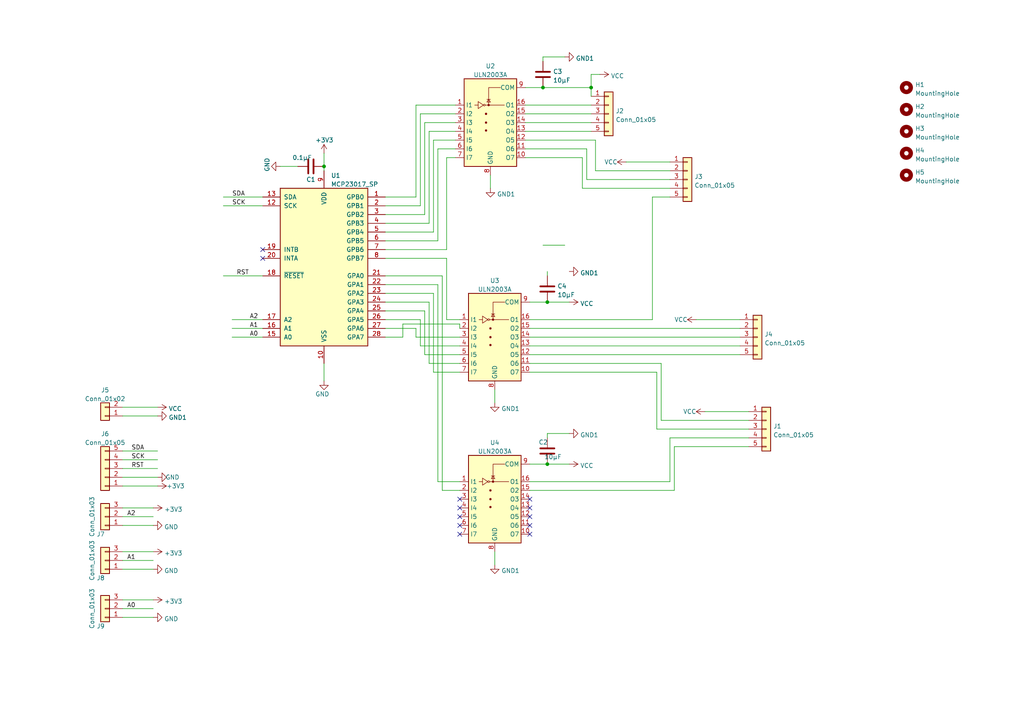
<source format=kicad_sch>
(kicad_sch (version 20211123) (generator eeschema)
  (paper "A4")
  (lib_symbols
    (symbol "Connector_Generic:Conn_01x02" (pin_names (offset 1.016) hide)
      (property "Reference" "J" (at 0 2.54 0))
      (property "Value" "Conn_01x02" (at 0 -5.08 0))
      (symbol "Conn_01x02_1_1"
        (rectangle (start -1.27 -2.413) (end 0 -2.667) (stroke (width 0.1524)))
        (rectangle (start -1.27 0.127) (end 0 -0.127) (stroke (width 0.1524)))
        (rectangle (start -1.27 1.27) (end 1.27 -3.81) (stroke (width 0.254)) (fill (type background)))
        (pin passive line (at -5.08 0 0) (length 3.81) (name "Pin_1") (number "1"))
        (pin passive line (at -5.08 -2.54 0) (length 3.81) (name "Pin_2") (number "2"))
      )
    )
    (symbol "Connector_Generic:Conn_01x03" (pin_names (offset 1.016) hide)
      (property "Reference" "J" (at 0 5.08 0))
      (property "Value" "Conn_01x03" (at 0 -5.08 0))
      (symbol "Conn_01x03_1_1"
        (rectangle (start -1.27 -2.413) (end 0 -2.667) (stroke (width 0.1524)))
        (rectangle (start -1.27 0.127) (end 0 -0.127) (stroke (width 0.1524)))
        (rectangle (start -1.27 2.667) (end 0 2.413) (stroke (width 0.1524)))
        (rectangle (start -1.27 3.81) (end 1.27 -3.81) (stroke (width 0.254)) (fill (type background)))
        (pin passive line (at -5.08 2.54 0) (length 3.81) (name "Pin_1") (number "1"))
        (pin passive line (at -5.08 0 0) (length 3.81) (name "Pin_2") (number "2"))
        (pin passive line (at -5.08 -2.54 0) (length 3.81) (name "Pin_3") (number "3"))
      )
    )
    (symbol "Connector_Generic:Conn_01x05" (pin_names (offset 1.016) hide)
      (property "Reference" "J" (at 0 7.62 0))
      (property "Value" "Conn_01x05" (at 0 -7.62 0))
      (symbol "Conn_01x05_1_1"
        (rectangle (start -1.27 -4.953) (end 0 -5.207) (stroke (width 0.1524)))
        (rectangle (start -1.27 -2.413) (end 0 -2.667) (stroke (width 0.1524)))
        (rectangle (start -1.27 0.127) (end 0 -0.127) (stroke (width 0.1524)))
        (rectangle (start -1.27 2.667) (end 0 2.413) (stroke (width 0.1524)))
        (rectangle (start -1.27 5.207) (end 0 4.953) (stroke (width 0.1524)))
        (rectangle (start -1.27 6.35) (end 1.27 -6.35) (stroke (width 0.254)) (fill (type background)))
        (pin passive line (at -5.08 5.08 0) (length 3.81) (name "Pin_1") (number "1"))
        (pin passive line (at -5.08 2.54 0) (length 3.81) (name "Pin_2") (number "2"))
        (pin passive line (at -5.08 0 0) (length 3.81) (name "Pin_3") (number "3"))
        (pin passive line (at -5.08 -2.54 0) (length 3.81) (name "Pin_4") (number "4"))
        (pin passive line (at -5.08 -5.08 0) (length 3.81) (name "Pin_5") (number "5"))
      )
    )
    (symbol "Device:C" (pin_numbers hide) (pin_names (offset 0.254))
      (property "Reference" "C" (at 0.635 2.54 0))
      (property "Value" "C" (at 0.635 -2.54 0))
      (symbol "C_0_1"
        (polyline (pts (xy -2.032 -0.762) (xy 2.032 -0.762)) (stroke (width 0.508)))
        (polyline (pts (xy -2.032 0.762) (xy 2.032 0.762)) (stroke (width 0.508)))
      )
      (symbol "C_1_1"
        (pin passive line (at 0 3.81 270) (length 2.794) (name "~") (number "1"))
        (pin passive line (at 0 -3.81 90) (length 2.794) (name "~") (number "2"))
      )
    )
    (symbol "Interface_Expansion:MCP23017_SP" (pin_names (offset 1.016))
      (property "Reference" "U" (at -11.43 24.13 0))
      (property "Value" "MCP23017_SP" (at 0 0 0))
      (symbol "MCP23017_SP_0_1"
        (rectangle (start -12.7 22.86) (end 12.7 -22.86) (stroke (width 0.254)) (fill (type background)))
      )
      (symbol "MCP23017_SP_1_1"
        (pin bidirectional line (at 17.78 20.32 180) (length 5.08) (name "GPB0") (number "1"))
        (pin power_in line (at 0 -27.94 90) (length 5.08) (name "VSS") (number "10"))
        (pin no_connect line (at -12.7 15.24 0) (length 5.08) hide (name "NC") (number "11"))
        (pin input line (at -17.78 17.78 0) (length 5.08) (name "SCK") (number "12"))
        (pin bidirectional line (at -17.78 20.32 0) (length 5.08) (name "SDA") (number "13"))
        (pin no_connect line (at -12.7 12.7 0) (length 5.08) hide (name "NC") (number "14"))
        (pin input line (at -17.78 -20.32 0) (length 5.08) (name "A0") (number "15"))
        (pin input line (at -17.78 -17.78 0) (length 5.08) (name "A1") (number "16"))
        (pin input line (at -17.78 -15.24 0) (length 5.08) (name "A2") (number "17"))
        (pin input line (at -17.78 -2.54 0) (length 5.08) (name "~{RESET}") (number "18"))
        (pin tri_state line (at -17.78 5.08 0) (length 5.08) (name "INTB") (number "19"))
        (pin bidirectional line (at 17.78 17.78 180) (length 5.08) (name "GPB1") (number "2"))
        (pin tri_state line (at -17.78 2.54 0) (length 5.08) (name "INTA") (number "20"))
        (pin bidirectional line (at 17.78 -2.54 180) (length 5.08) (name "GPA0") (number "21"))
        (pin bidirectional line (at 17.78 -5.08 180) (length 5.08) (name "GPA1") (number "22"))
        (pin bidirectional line (at 17.78 -7.62 180) (length 5.08) (name "GPA2") (number "23"))
        (pin bidirectional line (at 17.78 -10.16 180) (length 5.08) (name "GPA3") (number "24"))
        (pin bidirectional line (at 17.78 -12.7 180) (length 5.08) (name "GPA4") (number "25"))
        (pin bidirectional line (at 17.78 -15.24 180) (length 5.08) (name "GPA5") (number "26"))
        (pin bidirectional line (at 17.78 -17.78 180) (length 5.08) (name "GPA6") (number "27"))
        (pin bidirectional line (at 17.78 -20.32 180) (length 5.08) (name "GPA7") (number "28"))
        (pin bidirectional line (at 17.78 15.24 180) (length 5.08) (name "GPB2") (number "3"))
        (pin bidirectional line (at 17.78 12.7 180) (length 5.08) (name "GPB3") (number "4"))
        (pin bidirectional line (at 17.78 10.16 180) (length 5.08) (name "GPB4") (number "5"))
        (pin bidirectional line (at 17.78 7.62 180) (length 5.08) (name "GPB5") (number "6"))
        (pin bidirectional line (at 17.78 5.08 180) (length 5.08) (name "GPB6") (number "7"))
        (pin bidirectional line (at 17.78 2.54 180) (length 5.08) (name "GPB7") (number "8"))
        (pin power_in line (at 0 27.94 270) (length 5.08) (name "VDD") (number "9"))
      )
    )
    (symbol "Mechanical:MountingHole" (pin_names (offset 1.016))
      (property "Reference" "H" (at 0 5.08 0))
      (property "Value" "MountingHole" (at 0 3.175 0))
      (symbol "MountingHole_0_1"
        (circle (center 0 0) (radius 1.27) (stroke (width 1.27)))
      )
    )
    (symbol "Transistor_Array:ULN2003A"
      (property "Reference" "U" (at 0 15.875 0))
      (property "Value" "ULN2003A" (at 0 13.97 0))
      (symbol "ULN2003A_0_1"
        (rectangle (start -7.62 -12.7) (end 7.62 12.7) (stroke (width 0.254)) (fill (type background)))
        (circle (center -1.778 5.08) (radius 0.254))
        (circle (center -1.27 -2.286) (radius 0.254) (fill (type outline)))
        (circle (center -1.27 0) (radius 0.254) (fill (type outline)))
        (circle (center -1.27 2.54) (radius 0.254) (fill (type outline)))
        (circle (center -0.508 5.08) (radius 0.254) (fill (type outline)))
        (polyline (pts (xy -4.572 5.08) (xy -3.556 5.08)))
        (polyline (pts (xy -1.524 5.08) (xy 4.064 5.08)))
        (polyline (pts (xy 0 6.731) (xy -1.016 6.731)))
        (polyline (pts (xy -0.508 5.08) (xy -0.508 10.16) (xy 2.921 10.16)))
        (polyline (pts (xy -3.556 6.096) (xy -3.556 4.064) (xy -2.032 5.08) (xy -3.556 6.096)))
        (polyline (pts (xy 0 5.969) (xy -1.016 5.969) (xy -0.508 6.731) (xy 0 5.969)))
      )
      (symbol "ULN2003A_1_1"
        (pin input line (at -10.16 5.08 0) (length 2.54) (name "I1") (number "1"))
        (pin open_collector line (at 10.16 -10.16 180) (length 2.54) (name "O7") (number "10"))
        (pin open_collector line (at 10.16 -7.62 180) (length 2.54) (name "O6") (number "11"))
        (pin open_collector line (at 10.16 -5.08 180) (length 2.54) (name "O5") (number "12"))
        (pin open_collector line (at 10.16 -2.54 180) (length 2.54) (name "O4") (number "13"))
        (pin open_collector line (at 10.16 0 180) (length 2.54) (name "O3") (number "14"))
        (pin open_collector line (at 10.16 2.54 180) (length 2.54) (name "O2") (number "15"))
        (pin open_collector line (at 10.16 5.08 180) (length 2.54) (name "O1") (number "16"))
        (pin input line (at -10.16 2.54 0) (length 2.54) (name "I2") (number "2"))
        (pin input line (at -10.16 0 0) (length 2.54) (name "I3") (number "3"))
        (pin input line (at -10.16 -2.54 0) (length 2.54) (name "I4") (number "4"))
        (pin input line (at -10.16 -5.08 0) (length 2.54) (name "I5") (number "5"))
        (pin input line (at -10.16 -7.62 0) (length 2.54) (name "I6") (number "6"))
        (pin input line (at -10.16 -10.16 0) (length 2.54) (name "I7") (number "7"))
        (pin power_in line (at 0 -15.24 90) (length 2.54) (name "GND") (number "8"))
        (pin passive line (at 10.16 10.16 180) (length 2.54) (name "COM") (number "9"))
      )
    )
    (symbol "power:+3.3V" (power) (pin_names (offset 0))
      (property "Value" "+3.3V" (at 0 3.556 0))
      (symbol "+3.3V_0_1"
        (polyline (pts (xy -0.762 1.27) (xy 0 2.54)))
        (polyline (pts (xy 0 0) (xy 0 2.54)))
        (polyline (pts (xy 0 2.54) (xy 0.762 1.27)))
      )
      (symbol "+3.3V_1_1"
        (pin power_in line (at 0 0 90) (length 0) hide (name "+3V3") (number "1"))
      )
    )
    (symbol "power:GND" (power) (pin_names (offset 0))
      (property "Value" "GND" (at 0 -3.81 0))
      (symbol "GND_0_1"
        (polyline (pts (xy 0 0) (xy 0 -1.27) (xy 1.27 -1.27) (xy 0 -2.54) (xy -1.27 -1.27) (xy 0 -1.27)))
      )
      (symbol "GND_1_1"
        (pin power_in line (at 0 0 270) (length 0) hide (name "GND") (number "1"))
      )
    )
    (symbol "power:GND1" (power) (pin_names (offset 0))
      (property "Value" "GND1" (at 0 -3.81 0))
      (symbol "GND1_0_1"
        (polyline (pts (xy 0 0) (xy 0 -1.27) (xy 1.27 -1.27) (xy 0 -2.54) (xy -1.27 -1.27) (xy 0 -1.27)))
      )
      (symbol "GND1_1_1"
        (pin power_in line (at 0 0 270) (length 0) hide (name "GND1") (number "1"))
      )
    )
    (symbol "power:VCC" (power) (pin_names (offset 0))
      (property "Value" "VCC" (at 0 3.81 0))
      (symbol "VCC_0_1"
        (polyline (pts (xy -0.762 1.27) (xy 0 2.54)))
        (polyline (pts (xy 0 0) (xy 0 2.54)))
        (polyline (pts (xy 0 2.54) (xy 0.762 1.27)))
      )
      (symbol "VCC_1_1"
        (pin power_in line (at 0 0 90) (length 0) hide (name "VCC") (number "1"))
      )
    )
  )
  (junction (at 93.98 48.26))
  (junction (at 158.75 134.62))
  (junction (at 171.45 25.4))
  (junction (at 158.75 87.63))
  (junction (at 157.48 25.4))
  (no_connect (at 153.67 147.32))
  (no_connect (at 153.67 144.78))
  (no_connect (at 153.67 154.94))
  (no_connect (at 153.67 149.86))
  (no_connect (at 153.67 152.4))
  (no_connect (at 76.2 74.93))
  (no_connect (at 76.2 72.39))
  (no_connect (at 133.35 147.32))
  (no_connect (at 133.35 144.78))
  (no_connect (at 133.35 149.86))
  (no_connect (at 133.35 154.94))
  (no_connect (at 133.35 152.4))
  (wire (pts (xy 120.65 97.79) (xy 133.35 97.79)))
  (wire (pts (xy 153.67 97.79) (xy 214.63 97.79)))
  (wire (pts (xy 153.67 100.33) (xy 214.63 100.33)))
  (wire (pts (xy 111.76 59.69) (xy 121.92 59.69)))
  (wire (pts (xy 35.56 138.43) (xy 45.72 138.43)))
  (wire (pts (xy 64.77 57.15) (xy 76.2 57.15)))
  (wire (pts (xy 124.46 105.41) (xy 133.35 105.41)))
  (wire (pts (xy 195.58 142.24) (xy 195.58 129.54)))
  (wire (pts (xy 158.75 80.01) (xy 158.75 78.74)))
  (wire (pts (xy 170.18 43.18) (xy 170.18 52.07)))
  (wire (pts (xy 111.76 67.31) (xy 125.73 67.31)))
  (wire (pts (xy 195.58 129.54) (xy 217.17 129.54)))
  (wire (pts (xy 35.56 149.86) (xy 44.45 149.86)))
  (wire (pts (xy 111.76 97.79) (xy 116.84 97.79)))
  (wire (pts (xy 158.75 127) (xy 158.75 125.73)))
  (wire (pts (xy 35.56 147.32) (xy 44.45 147.32)))
  (wire (pts (xy 127 69.85) (xy 127 43.18)))
  (wire (pts (xy 121.92 100.33) (xy 133.35 100.33)))
  (wire (pts (xy 190.5 107.95) (xy 190.5 124.46)))
  (wire (pts (xy 67.31 97.79) (xy 76.2 97.79)))
  (wire (pts (xy 152.4 35.56) (xy 171.45 35.56)))
  (wire (pts (xy 120.65 30.48) (xy 132.08 30.48)))
  (wire (pts (xy 153.67 107.95) (xy 190.5 107.95)))
  (wire (pts (xy 153.67 92.71) (xy 189.23 92.71)))
  (wire (pts (xy 158.75 134.62) (xy 165.1 134.62)))
  (wire (pts (xy 35.56 130.81) (xy 45.72 130.81)))
  (wire (pts (xy 64.77 59.69) (xy 76.2 59.69)))
  (wire (pts (xy 128.27 80.01) (xy 128.27 142.24)))
  (wire (pts (xy 133.35 93.98) (xy 133.35 95.25)))
  (wire (pts (xy 157.48 25.4) (xy 171.45 25.4)))
  (wire (pts (xy 171.45 25.4) (xy 171.45 21.59)))
  (wire (pts (xy 153.67 142.24) (xy 195.58 142.24)))
  (wire (pts (xy 111.76 72.39) (xy 129.54 72.39)))
  (wire (pts (xy 152.4 40.64) (xy 172.72 40.64)))
  (wire (pts (xy 143.51 160.02) (xy 143.51 163.83)))
  (wire (pts (xy 153.67 105.41) (xy 191.77 105.41)))
  (wire (pts (xy 120.65 57.15) (xy 120.65 30.48)))
  (wire (pts (xy 171.45 25.4) (xy 171.45 27.94)))
  (wire (pts (xy 152.4 33.02) (xy 171.45 33.02)))
  (wire (pts (xy 125.73 107.95) (xy 133.35 107.95)))
  (wire (pts (xy 111.76 80.01) (xy 128.27 80.01)))
  (wire (pts (xy 35.56 133.35) (xy 45.72 133.35)))
  (wire (pts (xy 111.76 69.85) (xy 127 69.85)))
  (wire (pts (xy 152.4 43.18) (xy 170.18 43.18)))
  (wire (pts (xy 129.54 92.71) (xy 133.35 92.71)))
  (wire (pts (xy 127 139.7) (xy 133.35 139.7)))
  (wire (pts (xy 124.46 87.63) (xy 124.46 105.41)))
  (wire (pts (xy 127 43.18) (xy 132.08 43.18)))
  (wire (pts (xy 125.73 85.09) (xy 125.73 107.95)))
  (wire (pts (xy 35.56 120.65) (xy 45.72 120.65)))
  (wire (pts (xy 93.98 105.41) (xy 93.98 110.49)))
  (wire (pts (xy 35.56 152.4) (xy 44.45 152.4)))
  (wire (pts (xy 153.67 87.63) (xy 158.75 87.63)))
  (wire (pts (xy 158.75 125.73) (xy 165.1 125.73)))
  (wire (pts (xy 111.76 85.09) (xy 125.73 85.09)))
  (wire (pts (xy 35.56 165.1) (xy 44.45 165.1)))
  (wire (pts (xy 157.48 71.12) (xy 163.83 71.12)))
  (wire (pts (xy 128.27 142.24) (xy 133.35 142.24)))
  (wire (pts (xy 93.98 44.45) (xy 93.98 48.26)))
  (wire (pts (xy 111.76 74.93) (xy 129.54 74.93)))
  (wire (pts (xy 123.19 35.56) (xy 132.08 35.56)))
  (wire (pts (xy 191.77 105.41) (xy 191.77 121.92)))
  (wire (pts (xy 168.91 45.72) (xy 168.91 54.61)))
  (wire (pts (xy 111.76 57.15) (xy 120.65 57.15)))
  (wire (pts (xy 93.98 48.26) (xy 93.98 49.53)))
  (wire (pts (xy 123.19 90.17) (xy 123.19 102.87)))
  (wire (pts (xy 152.4 38.1) (xy 171.45 38.1)))
  (wire (pts (xy 153.67 139.7) (xy 194.31 139.7)))
  (wire (pts (xy 116.84 93.98) (xy 133.35 93.98)))
  (wire (pts (xy 172.72 49.53) (xy 194.31 49.53)))
  (wire (pts (xy 189.23 57.15) (xy 194.31 57.15)))
  (wire (pts (xy 172.72 40.64) (xy 172.72 49.53)))
  (wire (pts (xy 67.31 95.25) (xy 76.2 95.25)))
  (wire (pts (xy 111.76 90.17) (xy 123.19 90.17)))
  (wire (pts (xy 125.73 40.64) (xy 132.08 40.64)))
  (wire (pts (xy 152.4 45.72) (xy 168.91 45.72)))
  (wire (pts (xy 170.18 52.07) (xy 194.31 52.07)))
  (wire (pts (xy 181.61 46.99) (xy 194.31 46.99)))
  (wire (pts (xy 35.56 179.07) (xy 44.45 179.07)))
  (wire (pts (xy 35.56 135.89) (xy 45.72 135.89)))
  (wire (pts (xy 168.91 54.61) (xy 194.31 54.61)))
  (wire (pts (xy 125.73 67.31) (xy 125.73 40.64)))
  (wire (pts (xy 153.67 134.62) (xy 158.75 134.62)))
  (wire (pts (xy 121.92 33.02) (xy 132.08 33.02)))
  (wire (pts (xy 190.5 124.46) (xy 217.17 124.46)))
  (wire (pts (xy 201.93 92.71) (xy 214.63 92.71)))
  (wire (pts (xy 157.48 17.78) (xy 157.48 16.51)))
  (wire (pts (xy 143.51 113.03) (xy 143.51 116.84)))
  (wire (pts (xy 129.54 74.93) (xy 129.54 92.71)))
  (wire (pts (xy 111.76 92.71) (xy 121.92 92.71)))
  (wire (pts (xy 121.92 92.71) (xy 121.92 100.33)))
  (wire (pts (xy 153.67 102.87) (xy 214.63 102.87)))
  (wire (pts (xy 111.76 64.77) (xy 124.46 64.77)))
  (wire (pts (xy 64.77 80.01) (xy 76.2 80.01)))
  (wire (pts (xy 35.56 160.02) (xy 44.45 160.02)))
  (wire (pts (xy 35.56 162.56) (xy 44.45 162.56)))
  (wire (pts (xy 158.75 87.63) (xy 165.1 87.63)))
  (wire (pts (xy 157.48 16.51) (xy 163.83 16.51)))
  (wire (pts (xy 204.47 119.38) (xy 217.17 119.38)))
  (wire (pts (xy 121.92 59.69) (xy 121.92 33.02)))
  (wire (pts (xy 35.56 173.99) (xy 44.45 173.99)))
  (wire (pts (xy 35.56 140.97) (xy 45.72 140.97)))
  (wire (pts (xy 111.76 87.63) (xy 124.46 87.63)))
  (wire (pts (xy 123.19 102.87) (xy 133.35 102.87)))
  (wire (pts (xy 152.4 25.4) (xy 157.48 25.4)))
  (wire (pts (xy 111.76 62.23) (xy 123.19 62.23)))
  (wire (pts (xy 189.23 57.15) (xy 189.23 92.71)))
  (wire (pts (xy 171.45 21.59) (xy 173.99 21.59)))
  (wire (pts (xy 152.4 30.48) (xy 171.45 30.48)))
  (wire (pts (xy 194.31 139.7) (xy 194.31 127)))
  (wire (pts (xy 81.28 48.26) (xy 86.36 48.26)))
  (wire (pts (xy 123.19 62.23) (xy 123.19 35.56)))
  (wire (pts (xy 120.65 95.25) (xy 120.65 97.79)))
  (wire (pts (xy 153.67 95.25) (xy 214.63 95.25)))
  (wire (pts (xy 35.56 176.53) (xy 44.45 176.53)))
  (wire (pts (xy 111.76 82.55) (xy 127 82.55)))
  (wire (pts (xy 191.77 121.92) (xy 217.17 121.92)))
  (wire (pts (xy 142.24 50.8) (xy 142.24 54.61)))
  (wire (pts (xy 116.84 97.79) (xy 116.84 93.98)))
  (wire (pts (xy 194.31 127) (xy 217.17 127)))
  (wire (pts (xy 124.46 38.1) (xy 132.08 38.1)))
  (wire (pts (xy 127 82.55) (xy 127 139.7)))
  (wire (pts (xy 111.76 95.25) (xy 120.65 95.25)))
  (wire (pts (xy 67.31 92.71) (xy 76.2 92.71)))
  (wire (pts (xy 35.56 118.11) (xy 45.72 118.11)))
  (wire (pts (xy 124.46 64.77) (xy 124.46 38.1)))
  (wire (pts (xy 129.54 72.39) (xy 129.54 45.72)))
  (wire (pts (xy 129.54 45.72) (xy 132.08 45.72)))
  (label "A1" (at 72.39 95.25 0))
  (label "A2" (at 36.83 149.86 0))
  (label "SDA" (at 67.31 57.15 0))
  (label "A2" (at 72.39 92.71 0))
  (label "A0" (at 36.83 176.53 0))
  (label "A0" (at 72.39 97.79 0))
  (label "SDA" (at 38.1 130.81 0))
  (label "A1" (at 36.83 162.56 0))
  (label "SCK" (at 38.1 133.35 0))
  (label "RST" (at 38.1 135.89 0))
  (label "SCK" (at 67.31 59.69 0))
  (label "RST" (at 68.58 80.01 0))
  (symbol (lib_id "power:+3.3V") (at 44.45 147.32 270) (unit 1)
    (property "Reference" "#PWR0119" (effects hide))
    (property "Value" "+3.3V" (at 47.625 147.7538 90) (effects (justify left)))
  )
  (symbol (lib_id "power:GND") (at 44.45 179.07 90) (unit 1)
    (property "Reference" "#PWR0125" (effects hide))
    (property "Value" "GND" (at 47.625 179.5038 90) (effects (justify right)))
  )
  (symbol (lib_id "Mechanical:MountingHole") (at 262.89 50.8 0) (unit 1)
    (property "Reference" "H5" (at 265.43 49.9653 0) (effects (justify left)))
    (property "Value" "MountingHole" (at 265.43 52.5022 0) (effects (justify left)))
    (property "Footprint" "MountingHole:MountingHole_2.7mm" (effects hide))
  )
  (symbol (lib_id "power:GND1") (at 142.24 54.61 0) (unit 1)
    (property "Reference" "#PWR0105" (effects hide))
    (property "Value" "GND1" (at 144.145 56.3138 0) (effects (justify left)))
  )
  (symbol (lib_id "power:+3.3V") (at 44.45 173.99 270) (unit 1)
    (property "Reference" "#PWR0122" (effects hide))
    (property "Value" "+3.3V" (at 47.625 174.4238 90) (effects (justify left)))
  )
  (symbol (lib_id "power:+3.3V") (at 44.45 160.02 270) (unit 1)
    (property "Reference" "#PWR0124" (effects hide))
    (property "Value" "+3.3V" (at 47.625 160.4538 90) (effects (justify left)))
  )
  (symbol (lib_id "Connector_Generic:Conn_01x03") (at 30.48 149.86 180) (unit 1)
    (property "Reference" "J7" (at 29.21 154.94 0))
    (property "Value" "Conn_01x03" (at 26.67 149.86 90))
    (property "Footprint" "Connector_PinHeader_2.54mm:PinHeader_1x03_P2.54mm_Vertical" (effects hide))
  )
  (symbol (lib_id "Device:C") (at 158.75 83.82 0) (unit 1)
    (property "Reference" "C4" (at 161.671 82.9853 0) (effects (justify left)))
    (property "Value" "10µF" (at 161.671 85.5222 0) (effects (justify left)))
    (property "Footprint" "Capacitor_THT:C_Disc_D5.0mm_W2.5mm_P2.50mm" (effects hide))
  )
  (symbol (lib_id "power:GND") (at 45.72 138.43 90) (unit 1)
    (property "Reference" "#PWR0117" (effects hide))
    (property "Value" "GND" (at 52.07 138.43 90) (effects (justify left)))
  )
  (symbol (lib_id "power:GND1") (at 45.72 120.65 90) (unit 1)
    (property "Reference" "#PWR0121" (effects hide))
    (property "Value" "GND1" (at 48.895 121.0838 90) (effects (justify right)))
  )
  (symbol (lib_id "power:GND") (at 44.45 152.4 90) (unit 1)
    (property "Reference" "#PWR0118" (effects hide))
    (property "Value" "GND" (at 47.625 152.8338 90) (effects (justify right)))
  )
  (symbol (lib_id "power:GND") (at 81.28 48.26 270) (unit 1)
    (property "Reference" "#PWR0101" (effects hide))
    (property "Value" "GND" (at 77.47 45.72 0) (effects (justify left)))
  )
  (symbol (lib_id "power:+3.3V") (at 45.72 140.97 270) (unit 1)
    (property "Reference" "#PWR0116" (effects hide))
    (property "Value" "+3.3V" (at 48.26 140.97 90) (effects (justify left)))
  )
  (symbol (lib_id "Device:C") (at 157.48 21.59 0) (unit 1)
    (property "Reference" "C3" (at 160.401 20.7553 0) (effects (justify left)))
    (property "Value" "10µF" (at 160.401 23.2922 0) (effects (justify left)))
    (property "Footprint" "Capacitor_THT:C_Disc_D5.0mm_W2.5mm_P2.50mm" (effects hide))
  )
  (symbol (lib_id "Mechanical:MountingHole") (at 262.89 38.1 0) (unit 1)
    (property "Reference" "H3" (at 265.43 37.2653 0) (effects (justify left)))
    (property "Value" "MountingHole" (at 265.43 39.8022 0) (effects (justify left)))
    (property "Footprint" "MountingHole:MountingHole_2.7mm" (effects hide))
  )
  (symbol (lib_id "power:GND1") (at 143.51 163.83 0) (unit 1)
    (property "Reference" "#PWR0111" (effects hide))
    (property "Value" "GND1" (at 145.415 165.5338 0) (effects (justify left)))
  )
  (symbol (lib_id "Transistor_Array:ULN2003A") (at 142.24 35.56 0) (unit 1)
    (property "Reference" "U2" (at 142.24 19.1602 0))
    (property "Value" "ULN2003A" (at 142.24 21.6971 0))
    (property "Footprint" "Kitecraft_Package_DIP:ULN2003 on Socket" (effects hide))
    (property "Datasheet" "http://www.ti.com/lit/ds/symlink/uln2003a.pdf" (effects hide))
  )
  (symbol (lib_id "Connector_Generic:Conn_01x03") (at 30.48 176.53 180) (unit 1)
    (property "Reference" "J9" (at 29.21 181.61 0))
    (property "Value" "Conn_01x03" (at 26.67 176.53 90))
    (property "Footprint" "Connector_PinHeader_2.54mm:PinHeader_1x03_P2.54mm_Vertical" (effects hide))
  )
  (symbol (lib_id "Connector_Generic:Conn_01x05") (at 176.53 33.02 0) (unit 1)
    (property "Reference" "J2" (at 178.562 32.1853 0) (effects (justify left)))
    (property "Value" "Conn_01x05" (at 178.562 34.7222 0) (effects (justify left)))
    (property "Footprint" "Connector_JST:JST_XH_B5B-XH-A_1x05_P2.50mm_Vertical" (effects hide))
  )
  (symbol (lib_id "power:VCC") (at 201.93 92.71 90) (unit 1)
    (property "Reference" "#PWR0115" (effects hide))
    (property "Value" "VCC" (at 195.58 92.71 90) (effects (justify right)))
  )
  (symbol (lib_id "power:VCC") (at 45.72 118.11 270) (unit 1)
    (property "Reference" "#PWR0120" (effects hide))
    (property "Value" "VCC" (at 48.895 118.5438 90) (effects (justify left)))
  )
  (symbol (lib_id "Interface_Expansion:MCP23017_SP") (at 93.98 77.47 0) (unit 1)
    (property "Reference" "U1" (at 95.9994 50.9102 0) (effects (justify left)))
    (property "Value" "MCP23017_SP" (at 95.9994 53.4471 0) (effects (justify left)))
    (property "Footprint" "Kitecraft_Package_DIP:DIP-28_W7.62mm_WithSocket" (effects hide))
    (property "Datasheet" "http://ww1.microchip.com/downloads/en/DeviceDoc/20001952C.pdf" (effects hide))
  )
  (symbol (lib_id "power:GND1") (at 163.83 16.51 90) (unit 1)
    (property "Reference" "#PWR0107" (effects hide))
    (property "Value" "GND1" (at 167.005 16.9438 90) (effects (justify right)))
  )
  (symbol (lib_id "power:VCC") (at 173.99 21.59 270) (unit 1)
    (property "Reference" "#PWR0108" (effects hide))
    (property "Value" "VCC" (at 177.165 22.0238 90) (effects (justify left)))
  )
  (symbol (lib_id "Mechanical:MountingHole") (at 262.89 44.45 0) (unit 1)
    (property "Reference" "H4" (at 265.43 43.6153 0) (effects (justify left)))
    (property "Value" "MountingHole" (at 265.43 46.1522 0) (effects (justify left)))
    (property "Footprint" "MountingHole:MountingHole_2.7mm" (effects hide))
  )
  (symbol (lib_id "power:GND1") (at 165.1 78.74 90) (unit 1)
    (property "Reference" "#PWR0110" (effects hide))
    (property "Value" "GND1" (at 168.275 79.1738 90) (effects (justify right)))
  )
  (symbol (lib_id "Device:C") (at 158.75 130.81 0) (unit 1)
    (property "Reference" "C2" (at 156.21 128.27 0) (effects (justify left)))
    (property "Value" "10µF" (at 157.861 132.5122 0) (effects (justify left)))
    (property "Footprint" "Capacitor_THT:C_Disc_D5.0mm_W2.5mm_P2.50mm" (effects hide))
  )
  (symbol (lib_id "Connector_Generic:Conn_01x05") (at 30.48 135.89 180) (unit 1)
    (property "Reference" "J6" (at 30.48 125.8402 0))
    (property "Value" "Conn_01x05" (at 30.48 128.3771 0))
    (property "Footprint" "Connector_PinHeader_2.54mm:PinHeader_1x05_P2.54mm_Vertical" (effects hide))
  )
  (symbol (lib_id "Connector_Generic:Conn_01x03") (at 30.48 162.56 180) (unit 1)
    (property "Reference" "J8" (at 29.21 167.64 0))
    (property "Value" "Conn_01x03" (at 26.67 162.56 90))
    (property "Footprint" "Connector_PinHeader_2.54mm:PinHeader_1x03_P2.54mm_Vertical" (effects hide))
  )
  (symbol (lib_id "power:VCC") (at 204.47 119.38 90) (unit 1)
    (property "Reference" "#PWR0104" (effects hide))
    (property "Value" "VCC" (at 198.12 119.38 90) (effects (justify right)))
  )
  (symbol (lib_id "Connector_Generic:Conn_01x02") (at 30.48 120.65 180) (unit 1)
    (property "Reference" "J5" (at 30.48 113.1402 0))
    (property "Value" "Conn_01x02" (at 30.48 115.6771 0))
    (property "Footprint" "Kitecraft_Pin_Headers:PinHeader_1x02_P2.54_Friction_Lock" (effects hide))
  )
  (symbol (lib_id "Transistor_Array:ULN2003A") (at 143.51 97.79 0) (unit 1)
    (property "Reference" "U3" (at 143.51 81.3902 0))
    (property "Value" "ULN2003A" (at 143.51 83.9271 0))
    (property "Footprint" "Kitecraft_Package_DIP:ULN2003 on Socket" (effects hide))
    (property "Datasheet" "http://www.ti.com/lit/ds/symlink/uln2003a.pdf" (effects hide))
  )
  (symbol (lib_id "Transistor_Array:ULN2003A") (at 143.51 144.78 0) (unit 1)
    (property "Reference" "U4" (at 143.51 128.3802 0))
    (property "Value" "ULN2003A" (at 143.51 130.9171 0))
    (property "Footprint" "Kitecraft_Package_DIP:ULN2003 on Socket" (effects hide))
    (property "Datasheet" "http://www.ti.com/lit/ds/symlink/uln2003a.pdf" (effects hide))
  )
  (symbol (lib_id "Connector_Generic:Conn_01x05") (at 222.25 124.46 0) (unit 1)
    (property "Reference" "J1" (at 224.282 123.6253 0) (effects (justify left)))
    (property "Value" "Conn_01x05" (at 224.282 126.1622 0) (effects (justify left)))
    (property "Footprint" "Connector_JST:JST_XH_B5B-XH-A_1x05_P2.50mm_Vertical" (effects hide))
  )
  (symbol (lib_id "power:VCC") (at 165.1 87.63 270) (unit 1)
    (property "Reference" "#PWR0109" (effects hide))
    (property "Value" "VCC" (at 168.275 88.0638 90) (effects (justify left)))
  )
  (symbol (lib_id "Connector_Generic:Conn_01x05") (at 199.39 52.07 0) (unit 1)
    (property "Reference" "J3" (at 201.422 51.2353 0) (effects (justify left)))
    (property "Value" "Conn_01x05" (at 201.422 53.7722 0) (effects (justify left)))
    (property "Footprint" "Connector_JST:JST_XH_B5B-XH-A_1x05_P2.50mm_Vertical" (effects hide))
  )
  (symbol (lib_id "power:GND1") (at 143.51 116.84 0) (unit 1)
    (property "Reference" "#PWR0106" (effects hide))
    (property "Value" "GND1" (at 145.415 118.5438 0) (effects (justify left)))
  )
  (symbol (lib_id "Connector_Generic:Conn_01x05") (at 219.71 97.79 0) (unit 1)
    (property "Reference" "J4" (at 221.742 96.9553 0) (effects (justify left)))
    (property "Value" "Conn_01x05" (at 221.742 99.4922 0) (effects (justify left)))
    (property "Footprint" "Connector_JST:JST_XH_B5B-XH-A_1x05_P2.50mm_Vertical" (effects hide))
  )
  (symbol (lib_id "Device:C") (at 90.17 48.26 90) (unit 1)
    (property "Reference" "C1" (at 90.17 52.07 90))
    (property "Value" "0.1µF" (at 87.63 45.72 90))
    (property "Footprint" "Capacitor_THT:C_Disc_D5.0mm_W2.5mm_P2.50mm" (effects hide))
  )
  (symbol (lib_id "Mechanical:MountingHole") (at 262.89 25.4 0) (unit 1)
    (property "Reference" "H1" (at 265.43 24.5653 0) (effects (justify left)))
    (property "Value" "MountingHole" (at 265.43 27.1022 0) (effects (justify left)))
    (property "Footprint" "MountingHole:MountingHole_2.7mm" (effects hide))
  )
  (symbol (lib_id "power:GND1") (at 165.1 125.73 90) (unit 1)
    (property "Reference" "#PWR0112" (effects hide))
    (property "Value" "GND1" (at 168.275 126.1638 90) (effects (justify right)))
  )
  (symbol (lib_id "power:VCC") (at 181.61 46.99 90) (unit 1)
    (property "Reference" "#PWR0126" (effects hide))
    (property "Value" "VCC" (at 175.26 46.99 90) (effects (justify right)))
  )
  (symbol (lib_id "power:GND") (at 44.45 165.1 90) (unit 1)
    (property "Reference" "#PWR0123" (effects hide))
    (property "Value" "GND" (at 47.625 165.5338 90) (effects (justify right)))
  )
  (symbol (lib_id "power:VCC") (at 165.1 134.62 270) (unit 1)
    (property "Reference" "#PWR0113" (effects hide))
    (property "Value" "VCC" (at 168.275 135.0538 90) (effects (justify left)))
  )
  (symbol (lib_id "Mechanical:MountingHole") (at 262.89 31.75 0) (unit 1)
    (property "Reference" "H2" (at 265.43 30.9153 0) (effects (justify left)))
    (property "Value" "MountingHole" (at 265.43 33.4522 0) (effects (justify left)))
    (property "Footprint" "MountingHole:MountingHole_2.7mm" (effects hide))
  )
  (symbol (lib_id "power:+3.3V") (at 93.98 44.45 0) (unit 1)
    (property "Reference" "#PWR0102" (effects hide))
    (property "Value" "+3.3V" (at 91.44 40.64 0) (effects (justify left)))
  )
  (symbol (lib_id "power:GND") (at 93.98 110.49 0) (unit 1)
    (property "Reference" "#PWR0103" (effects hide))
    (property "Value" "GND" (at 91.44 114.3 0) (effects (justify left)))
  )
)
</source>
